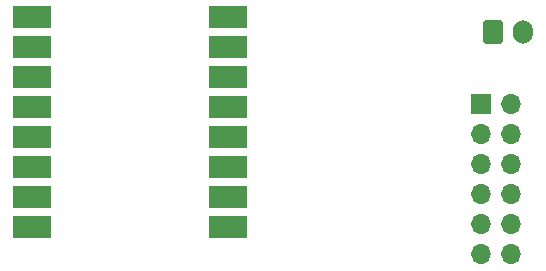
<source format=gbr>
%TF.GenerationSoftware,KiCad,Pcbnew,7.0.9*%
%TF.CreationDate,2024-02-01T18:41:03+01:00*%
%TF.ProjectId,PC-Power-Control,50432d50-6f77-4657-922d-436f6e74726f,rev?*%
%TF.SameCoordinates,Original*%
%TF.FileFunction,Soldermask,Bot*%
%TF.FilePolarity,Negative*%
%FSLAX46Y46*%
G04 Gerber Fmt 4.6, Leading zero omitted, Abs format (unit mm)*
G04 Created by KiCad (PCBNEW 7.0.9) date 2024-02-01 18:41:03*
%MOMM*%
%LPD*%
G01*
G04 APERTURE LIST*
G04 Aperture macros list*
%AMRoundRect*
0 Rectangle with rounded corners*
0 $1 Rounding radius*
0 $2 $3 $4 $5 $6 $7 $8 $9 X,Y pos of 4 corners*
0 Add a 4 corners polygon primitive as box body*
4,1,4,$2,$3,$4,$5,$6,$7,$8,$9,$2,$3,0*
0 Add four circle primitives for the rounded corners*
1,1,$1+$1,$2,$3*
1,1,$1+$1,$4,$5*
1,1,$1+$1,$6,$7*
1,1,$1+$1,$8,$9*
0 Add four rect primitives between the rounded corners*
20,1,$1+$1,$2,$3,$4,$5,0*
20,1,$1+$1,$4,$5,$6,$7,0*
20,1,$1+$1,$6,$7,$8,$9,0*
20,1,$1+$1,$8,$9,$2,$3,0*%
G04 Aperture macros list end*
%ADD10R,1.700000X1.700000*%
%ADD11O,1.700000X1.700000*%
%ADD12R,3.270000X1.960000*%
%ADD13RoundRect,0.250000X-0.600000X-0.750000X0.600000X-0.750000X0.600000X0.750000X-0.600000X0.750000X0*%
%ADD14O,1.700000X2.000000*%
G04 APERTURE END LIST*
D10*
%TO.C,J1*%
X85852000Y-56896000D03*
D11*
X88392000Y-56896000D03*
X85852000Y-59436000D03*
X88392000Y-59436000D03*
X85852000Y-61976000D03*
X88392000Y-61976000D03*
X85852000Y-64516000D03*
X88392000Y-64516000D03*
X85852000Y-67056000D03*
X88392000Y-67056000D03*
X85852000Y-69596000D03*
X88392000Y-69596000D03*
%TD*%
D12*
%TO.C,ESP32-C3_SuperMini1*%
X47864000Y-49530000D03*
X47864000Y-52070000D03*
X47864000Y-54610000D03*
X47864000Y-57150000D03*
X47864000Y-59690000D03*
X47864000Y-62230000D03*
X47864000Y-64770000D03*
X47864000Y-67310000D03*
X64404000Y-49530000D03*
X64404000Y-52070000D03*
X64404000Y-54610000D03*
X64404000Y-57150000D03*
X64404000Y-59690000D03*
X64404000Y-62230000D03*
X64404000Y-64770000D03*
X64404000Y-67310000D03*
%TD*%
D13*
%TO.C,POWER1*%
X86908000Y-50800000D03*
D14*
X89408000Y-50800000D03*
%TD*%
M02*

</source>
